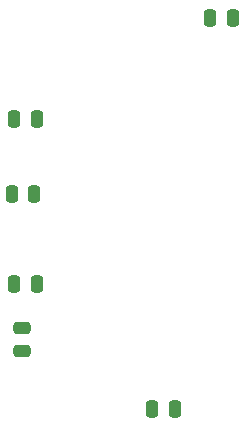
<source format=gbr>
%TF.GenerationSoftware,KiCad,Pcbnew,9.0.7*%
%TF.CreationDate,2026-02-19T21:01:26-05:00*%
%TF.ProjectId,DAC8822,44414338-3832-4322-9e6b-696361645f70,rev?*%
%TF.SameCoordinates,Original*%
%TF.FileFunction,Paste,Bot*%
%TF.FilePolarity,Positive*%
%FSLAX46Y46*%
G04 Gerber Fmt 4.6, Leading zero omitted, Abs format (unit mm)*
G04 Created by KiCad (PCBNEW 9.0.7) date 2026-02-19 21:01:26*
%MOMM*%
%LPD*%
G01*
G04 APERTURE LIST*
G04 Aperture macros list*
%AMRoundRect*
0 Rectangle with rounded corners*
0 $1 Rounding radius*
0 $2 $3 $4 $5 $6 $7 $8 $9 X,Y pos of 4 corners*
0 Add a 4 corners polygon primitive as box body*
4,1,4,$2,$3,$4,$5,$6,$7,$8,$9,$2,$3,0*
0 Add four circle primitives for the rounded corners*
1,1,$1+$1,$2,$3*
1,1,$1+$1,$4,$5*
1,1,$1+$1,$6,$7*
1,1,$1+$1,$8,$9*
0 Add four rect primitives between the rounded corners*
20,1,$1+$1,$2,$3,$4,$5,0*
20,1,$1+$1,$4,$5,$6,$7,0*
20,1,$1+$1,$6,$7,$8,$9,0*
20,1,$1+$1,$8,$9,$2,$3,0*%
G04 Aperture macros list end*
%ADD10RoundRect,0.250000X0.250000X0.475000X-0.250000X0.475000X-0.250000X-0.475000X0.250000X-0.475000X0*%
%ADD11RoundRect,0.250000X-0.250000X-0.475000X0.250000X-0.475000X0.250000X0.475000X-0.250000X0.475000X0*%
%ADD12RoundRect,0.250000X-0.475000X0.250000X-0.475000X-0.250000X0.475000X-0.250000X0.475000X0.250000X0*%
G04 APERTURE END LIST*
D10*
%TO.C,C11*%
X97250000Y-104200000D03*
X95350000Y-104200000D03*
%TD*%
%TO.C,C10*%
X97050000Y-96600000D03*
X95150000Y-96600000D03*
%TD*%
D11*
%TO.C,C7*%
X107050000Y-114800000D03*
X108950000Y-114800000D03*
%TD*%
%TO.C,C8*%
X111950000Y-81700000D03*
X113850000Y-81700000D03*
%TD*%
D10*
%TO.C,C9*%
X97250000Y-90200000D03*
X95350000Y-90200000D03*
%TD*%
D12*
%TO.C,C12*%
X96000000Y-107950000D03*
X96000000Y-109850000D03*
%TD*%
M02*

</source>
